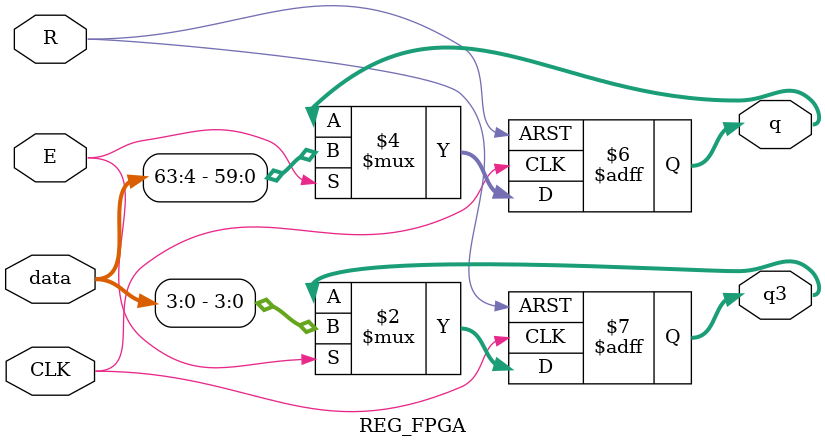
<source format=v>
module REG_FPGA (
    input wire CLK,       // Sinal de clock
    input wire R,         // Sinal de reset
    input wire E,         // Sinal de habilitação
    input wire [63:0] data,  // Entrada de dados de 64 bits
    output reg [63:4] q,  // Saída que guarda a sequência completa de 64 bits
    output reg [3:0] q3   // Saída que guarda os 4 bits menos significativos da sequência
);

    always @(posedge CLK or posedge R) begin
        if (R) begin
            // Reinicia o registrador para zero quando R está ativo
            q <= 60'b0;
            q3 <= 4'b0;
        end else if (E) begin
            // Atualiza q com os dados de entrada quando E está ativo
            q <= data[63:4];
            q3 <= data[3:0];
        end
        // Caso contrário, mantém os valores atuais de q e q3
    end

endmodule

</source>
